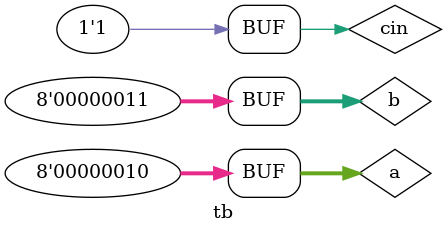
<source format=v>
`timescale 1ns/1ps
`include "fulladder8b.v"

module tb();
    reg [7:0] a;
    reg [7:0] b;
    reg cin;
    wire [7:0] s;
    wire cout;


    fulladder8b uut(.a(a),.b(b),.cin(cin),.s(s),.cout(cout));

    initial begin
        $dumpfile("dump.vcd");
        $dumpvars(0,tb);

        a=8'b00000000; b=8'b00000000; cin=1'b0;
        #10; a=8'b00000000; b=8'b00000000; cin=1'b1;
        #10; a=8'b00000000; b=8'b00000001; cin=1'b0;
        #10; a=8'b00000000; b=8'b00000001; cin=1'b1;
        #10; a=8'b00000001; b=8'b00000000; cin=1'b0;
        #10; a=8'b00000001; b=8'b00000000; cin=1'b1;
        #10; a=8'b00000001; b=8'b00000001; cin=1'b0;
        #10; a=8'b00000001; b=8'b00000001; cin=1'b1;
        #10; a=8'b00000001; b=8'b00000010; cin=1'b0;
        #10; a=8'b00000001; b=8'b00000010; cin=1'b1;
        #10; a=8'b00000010; b=8'b00000000; cin=1'b0;
        #10; a=8'b00000010; b=8'b00000000; cin=1'b1;
        #10; a=8'b00000010; b=8'b00000001; cin=1'b0;    
        #10; a=8'b00000010; b=8'b00000001; cin=1'b1;
        #10; a=8'b00000010; b=8'b00000010; cin=1'b0;
        #10; a=8'b00000010; b=8'b00000010; cin=1'b1;
        #10; a=8'b00000010; b=8'b00000011; cin=1'b0;
        #10; a=8'b00000010; b=8'b00000011; cin=1'b1;



    end

    initial begin
      $monitor("a=%b | b=%b | cin=%b | s=%b | cout=%b", a, b, cin, s, cout);
    end

endmodule
</source>
